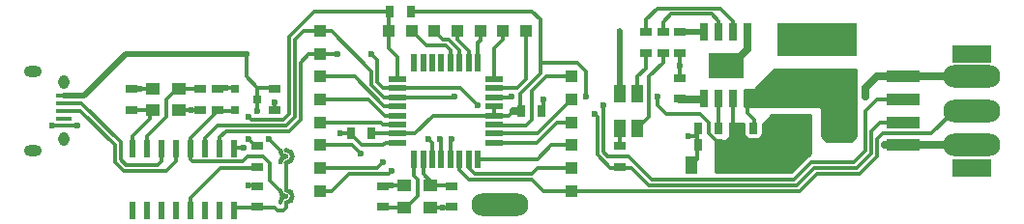
<source format=gtl>
G04 #@! TF.FileFunction,Copper,L1,Top,Signal*
%FSLAX46Y46*%
G04 Gerber Fmt 4.6, Leading zero omitted, Abs format (unit mm)*
G04 Created by KiCad (PCBNEW 4.0.2+dfsg1-stable) date su  5. maaliskuuta 2017 13.54.13*
%MOMM*%
G01*
G04 APERTURE LIST*
%ADD10C,0.100000*%
%ADD11C,0.400000*%
%ADD12C,0.400000*%
%ADD13R,7.000000X3.000000*%
%ADD14R,0.600000X1.500000*%
%ADD15R,1.350000X0.400000*%
%ADD16O,0.950000X1.250000*%
%ADD17O,1.550000X1.000000*%
%ADD18R,0.800000X1.600000*%
%ADD19R,3.100000X2.210000*%
%ADD20R,1.600000X0.550000*%
%ADD21R,0.550000X1.600000*%
%ADD22R,1.000000X1.000000*%
%ADD23O,5.000000X2.000000*%
%ADD24R,0.800100X0.800100*%
%ADD25R,1.000000X1.600000*%
%ADD26R,3.400000X1.600000*%
%ADD27R,3.000000X1.000000*%
%ADD28R,0.800000X1.000000*%
%ADD29R,1.000000X0.800000*%
%ADD30R,1.300000X1.100000*%
%ADD31R,1.100000X1.500000*%
%ADD32C,0.600000*%
%ADD33C,0.500000*%
%ADD34C,0.300000*%
%ADD35C,0.700000*%
%ADD36C,0.254000*%
G04 APERTURE END LIST*
D10*
D11*
X129500000Y-104500000D02*
G75*
G02X130000000Y-104000000I500000J0D01*
G01*
X130000000Y-104000000D02*
G75*
G02X129500000Y-103500000I0J500000D01*
G01*
X130000000Y-103450000D02*
G75*
G02X130000000Y-104550000I0J-550000D01*
G01*
X129500000Y-108000000D02*
G75*
G02X130000000Y-107500000I500000J0D01*
G01*
X130000000Y-107500000D02*
G75*
G02X129500000Y-107000000I0J500000D01*
G01*
X130000000Y-106950000D02*
G75*
G02X130000000Y-108050000I0J-550000D01*
G01*
D12*
X173500000Y-94750000D03*
X173500000Y-93750000D03*
X173500000Y-92750000D03*
X176500000Y-92750000D03*
X176500000Y-93750000D03*
X176500000Y-94750000D03*
X179500000Y-93750000D03*
X179500000Y-94750000D03*
X179500000Y-92750000D03*
D13*
X176500000Y-97750000D03*
X176500000Y-93750000D03*
D12*
X169500000Y-95500000D03*
X168500000Y-95500000D03*
X168500000Y-96500000D03*
X169500000Y-96500000D03*
X167500000Y-96500000D03*
D14*
X125445000Y-103300000D03*
X124175000Y-103300000D03*
X122905000Y-103300000D03*
X121635000Y-103300000D03*
X120365000Y-103300000D03*
X119095000Y-103300000D03*
X117825000Y-103300000D03*
X116555000Y-103300000D03*
X116555000Y-108700000D03*
X117825000Y-108700000D03*
X119095000Y-108700000D03*
X120365000Y-108700000D03*
X121635000Y-108700000D03*
X122905000Y-108700000D03*
X124175000Y-108700000D03*
X125445000Y-108700000D03*
D15*
X110562540Y-98699100D03*
X110562540Y-99349100D03*
X110562540Y-99999100D03*
X110562540Y-100649100D03*
X110562540Y-101299100D03*
D16*
X110562540Y-97499100D03*
X110562540Y-102499100D03*
D17*
X107862540Y-96499100D03*
X107862540Y-103499100D03*
D18*
X166595000Y-98900000D03*
X167865000Y-98900000D03*
X169135000Y-98900000D03*
X170405000Y-98900000D03*
X166595000Y-93100000D03*
X167865000Y-93100000D03*
X170405000Y-93100000D03*
X169135000Y-93100000D03*
D19*
X168500000Y-96000000D03*
D20*
X139750000Y-97200000D03*
X139750000Y-98000000D03*
X139750000Y-98800000D03*
X139750000Y-99600000D03*
X139750000Y-100400000D03*
X139750000Y-101200000D03*
X139750000Y-102000000D03*
X139750000Y-102800000D03*
D21*
X141200000Y-104250000D03*
X142000000Y-104250000D03*
X142800000Y-104250000D03*
X143600000Y-104250000D03*
X144400000Y-104250000D03*
X145200000Y-104250000D03*
X146000000Y-104250000D03*
X146800000Y-104250000D03*
D20*
X148250000Y-102800000D03*
X148250000Y-102000000D03*
X148250000Y-101200000D03*
X148250000Y-100400000D03*
X148250000Y-99600000D03*
X148250000Y-98800000D03*
X148250000Y-98000000D03*
X148250000Y-97200000D03*
D21*
X146800000Y-95750000D03*
X146000000Y-95750000D03*
X145200000Y-95750000D03*
X144400000Y-95750000D03*
X143600000Y-95750000D03*
X142800000Y-95750000D03*
X142000000Y-95750000D03*
X141200000Y-95750000D03*
D22*
X155000000Y-107000000D03*
X155000000Y-105000000D03*
X155000000Y-103000000D03*
X155000000Y-101000000D03*
X155000000Y-99000000D03*
X155000000Y-97000000D03*
X151000000Y-93000000D03*
X149000000Y-93000000D03*
X147000000Y-93000000D03*
X145000000Y-93000000D03*
X143000000Y-93000000D03*
X141000000Y-93000000D03*
X139000000Y-93000000D03*
X133000000Y-95000000D03*
X133000000Y-93000000D03*
X133000000Y-97000000D03*
X133000000Y-99000000D03*
X133000000Y-101000000D03*
X133000000Y-103000000D03*
X133000000Y-105000000D03*
X133000000Y-107000000D03*
D23*
X190000000Y-103000000D03*
X190000000Y-97000000D03*
X190000000Y-100000000D03*
D12*
X130000000Y-104550000D03*
X130000000Y-103450000D03*
X130000000Y-104000000D03*
X129500000Y-103500000D03*
X129500000Y-104500000D03*
X130550000Y-104000000D03*
X130000000Y-108050000D03*
X130000000Y-106950000D03*
X130000000Y-107500000D03*
X129500000Y-107000000D03*
X129500000Y-108000000D03*
X130550000Y-107500000D03*
X167500000Y-95500000D03*
D23*
X148750000Y-108250000D03*
D24*
X125499240Y-98050000D03*
X125499240Y-99950000D03*
X127498220Y-99000000D03*
D25*
X165500000Y-104750000D03*
X168500000Y-104750000D03*
D26*
X190000000Y-95000000D03*
X190000000Y-105000000D03*
D27*
X184000000Y-97000000D03*
X184000000Y-99000000D03*
X184000000Y-103000000D03*
X184000000Y-101000000D03*
D28*
X175600000Y-101000000D03*
X177400000Y-101000000D03*
X137500000Y-102000000D03*
X135700000Y-102000000D03*
X150600000Y-100000000D03*
X152400000Y-100000000D03*
X140900000Y-91250000D03*
X139100000Y-91250000D03*
D29*
X138500000Y-108400000D03*
X138500000Y-106600000D03*
X127500000Y-103100000D03*
X127500000Y-104900000D03*
X144500000Y-106600000D03*
X144500000Y-108400000D03*
X161500000Y-93100000D03*
X161500000Y-94900000D03*
X159250000Y-104900000D03*
X159250000Y-103100000D03*
D28*
X166100000Y-103000000D03*
X167900000Y-103000000D03*
X169100000Y-101500000D03*
X170900000Y-101500000D03*
D29*
X127500000Y-106600000D03*
X127500000Y-108400000D03*
X164500000Y-98900000D03*
X164500000Y-97100000D03*
X163000000Y-93100000D03*
X163000000Y-94900000D03*
D28*
X167900000Y-101500000D03*
X166100000Y-101500000D03*
D29*
X164500000Y-93100000D03*
X164500000Y-94900000D03*
X116500000Y-99900000D03*
X116500000Y-98100000D03*
X122500000Y-98100000D03*
X122500000Y-99900000D03*
X124000000Y-98100000D03*
X124000000Y-99900000D03*
X129000000Y-98100000D03*
X129000000Y-99900000D03*
D30*
X142650000Y-108450000D03*
X140350000Y-108450000D03*
X140350000Y-106550000D03*
X142650000Y-106550000D03*
X120650000Y-99950000D03*
X118350000Y-99950000D03*
X118350000Y-98050000D03*
X120650000Y-98050000D03*
D31*
X159250000Y-101500000D03*
X159250000Y-98500000D03*
X160750000Y-98500000D03*
X160750000Y-101500000D03*
D32*
X126500000Y-95000000D03*
X127500000Y-100000000D03*
X128500000Y-102500000D03*
X159250000Y-93100000D03*
X165500000Y-93100000D03*
X109500000Y-101250000D03*
X111750000Y-101250000D03*
X129000000Y-99250000D03*
X124750000Y-98000000D03*
X182402402Y-103000000D03*
X126250000Y-103250000D03*
X143750000Y-108500000D03*
X139250000Y-106550000D03*
X164500000Y-96000000D03*
X165250000Y-102250000D03*
X152500000Y-99000000D03*
X149750000Y-98750000D03*
X134750000Y-102000000D03*
X126750000Y-106500000D03*
X121750000Y-99950000D03*
X117250000Y-98050000D03*
X165750000Y-99000000D03*
X157000000Y-100250000D03*
X146750000Y-99500000D03*
X137500000Y-95000000D03*
X134500000Y-95000000D03*
X144750000Y-98750000D03*
X157750000Y-99500000D03*
X180750000Y-98750000D03*
X175500000Y-100750000D03*
X162500000Y-98750000D03*
X156250000Y-98750000D03*
X126750000Y-100500000D03*
X126750000Y-102500000D03*
X136500000Y-103750000D03*
X142500000Y-102500000D03*
X143500000Y-102500000D03*
X138500000Y-104500000D03*
X144500000Y-102500000D03*
X139250000Y-105250000D03*
D33*
X126500000Y-95000000D02*
X116000000Y-95000000D01*
X112300900Y-98699100D02*
X110562540Y-98699100D01*
X116000000Y-95000000D02*
X112300900Y-98699100D01*
D34*
X127500000Y-98000000D02*
X126500000Y-97000000D01*
X126500000Y-97000000D02*
X126500000Y-95000000D01*
X129500000Y-103500000D02*
X128500000Y-102500000D01*
X127498220Y-99998220D02*
X127498220Y-99000000D01*
X127500000Y-100000000D02*
X127498220Y-99998220D01*
X127500000Y-98000000D02*
X127500000Y-98998220D01*
X127500000Y-98998220D02*
X127498220Y-99000000D01*
X129000000Y-98000000D02*
X127500000Y-98000000D01*
D33*
X159250000Y-93100000D02*
X159250000Y-93000000D01*
D34*
X110613440Y-98750000D02*
X110562540Y-98699100D01*
D33*
X166595000Y-93100000D02*
X165500000Y-93100000D01*
X165500000Y-93100000D02*
X164600000Y-93100000D01*
X159250000Y-98500000D02*
X159250000Y-93000000D01*
D34*
X110562540Y-101299100D02*
X109549100Y-101299100D01*
X109549100Y-101299100D02*
X109500000Y-101250000D01*
X110562540Y-101299100D02*
X111700900Y-101299100D01*
X111700900Y-101299100D02*
X111750000Y-101250000D01*
X129000000Y-100000000D02*
X129000000Y-99250000D01*
X125499240Y-98249240D02*
X125499240Y-98050000D01*
X124000000Y-98000000D02*
X124750000Y-98000000D01*
X124750000Y-98000000D02*
X125449240Y-98000000D01*
X125449240Y-98000000D02*
X125499240Y-98050000D01*
X166000000Y-103000000D02*
X166000000Y-104250000D01*
X166000000Y-104250000D02*
X165500000Y-104750000D01*
D35*
X184000000Y-103000000D02*
X182402402Y-103000000D01*
D34*
X125445000Y-103300000D02*
X125495000Y-103250000D01*
X125495000Y-103250000D02*
X126250000Y-103250000D01*
D35*
X190000000Y-103000000D02*
X184000000Y-103000000D01*
D34*
X144500000Y-108500000D02*
X143750000Y-108500000D01*
X143750000Y-108500000D02*
X142700000Y-108500000D01*
X142700000Y-108500000D02*
X142650000Y-108450000D01*
X140350000Y-106550000D02*
X139250000Y-106550000D01*
X139250000Y-106550000D02*
X138550000Y-106550000D01*
X138550000Y-106550000D02*
X138500000Y-106500000D01*
X164500000Y-97000000D02*
X164500000Y-96000000D01*
X164500000Y-96000000D02*
X164500000Y-95000000D01*
X166000000Y-102250000D02*
X165250000Y-102250000D01*
X166000000Y-101500000D02*
X166000000Y-102250000D01*
X166000000Y-102250000D02*
X166000000Y-103000000D01*
D35*
X169500000Y-95500000D02*
X170405000Y-94595000D01*
X170405000Y-94595000D02*
X170405000Y-93100000D01*
D34*
X152500000Y-100000000D02*
X152500000Y-99000000D01*
X148250000Y-98800000D02*
X149700000Y-98800000D01*
X149700000Y-98800000D02*
X149750000Y-98750000D01*
X135600000Y-102000000D02*
X134750000Y-102000000D01*
X135600000Y-102000000D02*
X136600000Y-103000000D01*
X138700000Y-102800000D02*
X139750000Y-102800000D01*
X138500000Y-103000000D02*
X138700000Y-102800000D01*
X136600000Y-103000000D02*
X138500000Y-103000000D01*
X127500000Y-106500000D02*
X126750000Y-106500000D01*
X122500000Y-100000000D02*
X122450000Y-99950000D01*
X122450000Y-99950000D02*
X121750000Y-99950000D01*
X121750000Y-99950000D02*
X120650000Y-99950000D01*
X116500000Y-98000000D02*
X116550000Y-98050000D01*
X116550000Y-98050000D02*
X117250000Y-98050000D01*
X117250000Y-98050000D02*
X118350000Y-98050000D01*
D35*
X165500000Y-99000000D02*
X165750000Y-99000000D01*
X164500000Y-99000000D02*
X165500000Y-99000000D01*
X165750000Y-99000000D02*
X166495000Y-99000000D01*
D33*
X166495000Y-99000000D02*
X166595000Y-98900000D01*
D34*
X119095000Y-103300000D02*
X119095000Y-104405000D01*
X112099100Y-99349100D02*
X110562540Y-99349100D01*
X115500000Y-102750000D02*
X112099100Y-99349100D01*
X115500000Y-104250000D02*
X115500000Y-102750000D01*
X116000000Y-104750000D02*
X115500000Y-104250000D01*
X118750000Y-104750000D02*
X116000000Y-104750000D01*
X119095000Y-104405000D02*
X118750000Y-104750000D01*
X120365000Y-103300000D02*
X120365000Y-104385000D01*
X111999100Y-99999100D02*
X110562540Y-99999100D01*
X115000000Y-103000000D02*
X111999100Y-99999100D01*
X115000000Y-104500000D02*
X115000000Y-103000000D01*
X115750000Y-105250000D02*
X115000000Y-104500000D01*
X119500000Y-105250000D02*
X115750000Y-105250000D01*
X120365000Y-104385000D02*
X119500000Y-105250000D01*
X124000000Y-100000000D02*
X125449240Y-100000000D01*
X125449240Y-100000000D02*
X125499240Y-99950000D01*
X128000000Y-104000000D02*
X128600000Y-104600000D01*
X128600000Y-106100000D02*
X129500000Y-107000000D01*
X128600000Y-104600000D02*
X128600000Y-106100000D01*
X121635000Y-104235000D02*
X121800000Y-104400000D01*
X121800000Y-104400000D02*
X126200000Y-104400000D01*
X126200000Y-104400000D02*
X126600000Y-104000000D01*
X126600000Y-104000000D02*
X128000000Y-104000000D01*
X121635000Y-104200000D02*
X121635000Y-104235000D01*
X121635000Y-103300000D02*
X121635000Y-104200000D01*
X121635000Y-103300000D02*
X121635000Y-102365000D01*
X121635000Y-102365000D02*
X124000000Y-100000000D01*
X183730000Y-101270000D02*
X184290000Y-101270000D01*
X157000000Y-100250000D02*
X157250000Y-100500000D01*
X157250000Y-103850000D02*
X158400000Y-105000000D01*
X157250000Y-100500000D02*
X157250000Y-103850000D01*
X159000000Y-105000000D02*
X158400000Y-105000000D01*
X181250000Y-103750000D02*
X181250000Y-101750000D01*
X182000000Y-101000000D02*
X184000000Y-101000000D01*
X181250000Y-101750000D02*
X182000000Y-101000000D01*
X159250000Y-105000000D02*
X160250000Y-105000000D01*
X180000000Y-105000000D02*
X181250000Y-103750000D01*
X176250000Y-105000000D02*
X180000000Y-105000000D01*
X161750000Y-106500000D02*
X174750000Y-106500000D01*
X174750000Y-106500000D02*
X176250000Y-105000000D01*
X160250000Y-105000000D02*
X161750000Y-106500000D01*
X139750000Y-98000000D02*
X145250000Y-98000000D01*
X145250000Y-98000000D02*
X146750000Y-99500000D01*
X124175000Y-103300000D02*
X124175000Y-102325000D01*
X132000000Y-95000000D02*
X133000000Y-95000000D01*
X131250000Y-95750000D02*
X132000000Y-95000000D01*
X131250000Y-100750000D02*
X131250000Y-95750000D01*
X130250000Y-101750000D02*
X131250000Y-100750000D01*
X124750000Y-101750000D02*
X130250000Y-101750000D01*
X124175000Y-102325000D02*
X124750000Y-101750000D01*
X133000000Y-95000000D02*
X134500000Y-95000000D01*
X138000000Y-97500000D02*
X138500000Y-98000000D01*
X138000000Y-95500000D02*
X138000000Y-97500000D01*
X137500000Y-95000000D02*
X138000000Y-95500000D01*
X138500000Y-98000000D02*
X139750000Y-98000000D01*
X139750000Y-98800000D02*
X144700000Y-98800000D01*
X144700000Y-98800000D02*
X144750000Y-98750000D01*
X181750000Y-99000000D02*
X184000000Y-99000000D01*
X180750000Y-100000000D02*
X181750000Y-99000000D01*
X180750000Y-103500000D02*
X180750000Y-100000000D01*
X179750000Y-104500000D02*
X180750000Y-103500000D01*
X176000000Y-104500000D02*
X179750000Y-104500000D01*
X174500000Y-106000000D02*
X176000000Y-104500000D01*
X162000000Y-106000000D02*
X174500000Y-106000000D01*
X122905000Y-103300000D02*
X122905000Y-102345000D01*
X131500000Y-93000000D02*
X133000000Y-93000000D01*
X130750000Y-93750000D02*
X131500000Y-93000000D01*
X130750000Y-100500000D02*
X130750000Y-93750000D01*
X130000000Y-101250000D02*
X130750000Y-100500000D01*
X124000000Y-101250000D02*
X130000000Y-101250000D01*
X122905000Y-102345000D02*
X124000000Y-101250000D01*
X133000000Y-93000000D02*
X134000000Y-93000000D01*
X138550000Y-98800000D02*
X139750000Y-98800000D01*
X137500000Y-97750000D02*
X138550000Y-98800000D01*
X137500000Y-96500000D02*
X137500000Y-97750000D01*
X134000000Y-93000000D02*
X137500000Y-96500000D01*
X160000000Y-104000000D02*
X162000000Y-106000000D01*
X157750000Y-99500000D02*
X157750000Y-103600000D01*
X157750000Y-103600000D02*
X158150000Y-104000000D01*
X158150000Y-104000000D02*
X160000000Y-104000000D01*
X127500000Y-105000000D02*
X124250000Y-105000000D01*
X121635000Y-107615000D02*
X121635000Y-108700000D01*
X124250000Y-105000000D02*
X121635000Y-107615000D01*
X120650000Y-98050000D02*
X122450000Y-98050000D01*
X122450000Y-98050000D02*
X122500000Y-98000000D01*
X120650000Y-98050000D02*
X120450000Y-98050000D01*
X120450000Y-98050000D02*
X119500000Y-99000000D01*
X119500000Y-99000000D02*
X119500000Y-100500000D01*
X119500000Y-100500000D02*
X117825000Y-102175000D01*
X117825000Y-102175000D02*
X117825000Y-103300000D01*
X118100000Y-99950000D02*
X118100000Y-100650000D01*
X116555000Y-102195000D02*
X116555000Y-103300000D01*
X118000000Y-100750000D02*
X116555000Y-102195000D01*
X118000000Y-100750000D02*
X118000000Y-100750000D01*
X118100000Y-100650000D02*
X118000000Y-100750000D01*
X118350000Y-99950000D02*
X116550000Y-99950000D01*
X116550000Y-99950000D02*
X116500000Y-100000000D01*
X163000000Y-95000000D02*
X163000000Y-95750000D01*
X161750000Y-100500000D02*
X160750000Y-101500000D01*
X161750000Y-97000000D02*
X161750000Y-100500000D01*
X163000000Y-95750000D02*
X161750000Y-97000000D01*
X161500000Y-95000000D02*
X161500000Y-96250000D01*
X160750000Y-97000000D02*
X160750000Y-98500000D01*
X161500000Y-96250000D02*
X160750000Y-97000000D01*
X127500000Y-108500000D02*
X129000000Y-108500000D01*
X130000000Y-108500000D02*
X130000000Y-108050000D01*
X129750000Y-108750000D02*
X130000000Y-108500000D01*
X129250000Y-108750000D02*
X129750000Y-108750000D01*
X129000000Y-108500000D02*
X129250000Y-108750000D01*
X130000000Y-106950000D02*
X130000000Y-104550000D01*
X127500000Y-108500000D02*
X125645000Y-108500000D01*
X125645000Y-108500000D02*
X125445000Y-108700000D01*
D35*
X181750000Y-97000000D02*
X180750000Y-98000000D01*
X180750000Y-98000000D02*
X180750000Y-98750000D01*
X184000000Y-97000000D02*
X181750000Y-97000000D01*
D34*
X162500000Y-98750000D02*
X162500000Y-99500000D01*
X167000000Y-102000000D02*
X168000000Y-103000000D01*
X167000000Y-101000000D02*
X167000000Y-102000000D01*
X166250000Y-100250000D02*
X167000000Y-101000000D01*
X163250000Y-100250000D02*
X166250000Y-100250000D01*
X162500000Y-99500000D02*
X163250000Y-100250000D01*
X156250000Y-98750000D02*
X156250000Y-96500000D01*
X155500000Y-95750000D02*
X156250000Y-96500000D01*
X152250000Y-95750000D02*
X155500000Y-95750000D01*
D35*
X183000000Y-97000000D02*
X184000000Y-97000000D01*
X190000000Y-97000000D02*
X184000000Y-97000000D01*
D34*
X169135000Y-98900000D02*
X169135000Y-101365000D01*
X169135000Y-101365000D02*
X169000000Y-101500000D01*
X141000000Y-91250000D02*
X151500000Y-91250000D01*
X151500000Y-91250000D02*
X152250000Y-92000000D01*
X152250000Y-92000000D02*
X152250000Y-95750000D01*
X152250000Y-95750000D02*
X152250000Y-96250000D01*
X150500000Y-98500000D02*
X150500000Y-99000000D01*
X152250000Y-96250000D02*
X152250000Y-96750000D01*
X152250000Y-96750000D02*
X150500000Y-98500000D01*
X150500000Y-99000000D02*
X150500000Y-100000000D01*
X148250000Y-100400000D02*
X149500000Y-100400000D01*
X149500000Y-100400000D02*
X149900000Y-100000000D01*
D35*
X149900000Y-100000000D02*
X150500000Y-100000000D01*
D34*
X148250000Y-99600000D02*
X148250000Y-100400000D01*
X139750000Y-102000000D02*
X141250000Y-102000000D01*
X142850000Y-100400000D02*
X148250000Y-100400000D01*
X141250000Y-102000000D02*
X142850000Y-100400000D01*
X139750000Y-102000000D02*
X137600000Y-102000000D01*
D35*
X177000000Y-97750000D02*
X176500000Y-97750000D01*
D34*
X170405000Y-98900000D02*
X170405000Y-100155000D01*
X171000000Y-100750000D02*
X171000000Y-101500000D01*
X170405000Y-100155000D02*
X171000000Y-100750000D01*
X167865000Y-98900000D02*
X167865000Y-101365000D01*
X167865000Y-101365000D02*
X168000000Y-101500000D01*
X167865000Y-93100000D02*
X167865000Y-92115000D01*
X163000000Y-92250000D02*
X163000000Y-93000000D01*
X163750000Y-91500000D02*
X163000000Y-92250000D01*
X167250000Y-91500000D02*
X163750000Y-91500000D01*
X167865000Y-92115000D02*
X167250000Y-91500000D01*
X159250000Y-103000000D02*
X159250000Y-101500000D01*
X169135000Y-93100000D02*
X169135000Y-92135000D01*
X161500000Y-92000000D02*
X161500000Y-93000000D01*
X162500000Y-91000000D02*
X161500000Y-92000000D01*
X168000000Y-91000000D02*
X162500000Y-91000000D01*
X169135000Y-92135000D02*
X168000000Y-91000000D01*
X144500000Y-106500000D02*
X142700000Y-106500000D01*
X142700000Y-106500000D02*
X142650000Y-106550000D01*
X142650000Y-106550000D02*
X142750000Y-106250000D01*
X142000000Y-105500000D02*
X142000000Y-104250000D01*
X142750000Y-106250000D02*
X142000000Y-105500000D01*
X127500000Y-103000000D02*
X127250000Y-103000000D01*
X127250000Y-103000000D02*
X126750000Y-102500000D01*
X132750000Y-91250000D02*
X132500000Y-91250000D01*
X132500000Y-91250000D02*
X130250000Y-93500000D01*
X139000000Y-91250000D02*
X132750000Y-91250000D01*
X130250000Y-93500000D02*
X130250000Y-98000000D01*
X129750000Y-100750000D02*
X130250000Y-100250000D01*
X130250000Y-100250000D02*
X130250000Y-98000000D01*
X127400000Y-100750000D02*
X129750000Y-100750000D01*
X127000000Y-100750000D02*
X127400000Y-100750000D01*
X126750000Y-100500000D02*
X127000000Y-100750000D01*
X127500000Y-103000000D02*
X127750000Y-103000000D01*
X139000000Y-91250000D02*
X139000000Y-93000000D01*
X139750000Y-97200000D02*
X139750000Y-95250000D01*
X139000000Y-94500000D02*
X139000000Y-93000000D01*
X139750000Y-95250000D02*
X139000000Y-94500000D01*
X140350000Y-108450000D02*
X140550000Y-108450000D01*
X140550000Y-108450000D02*
X141500000Y-107500000D01*
X138500000Y-108500000D02*
X140300000Y-108500000D01*
X140300000Y-108500000D02*
X140350000Y-108450000D01*
X140350000Y-108450000D02*
X140450000Y-108450000D01*
X141500000Y-107500000D02*
X141500000Y-106000000D01*
X141500000Y-106000000D02*
X141200000Y-105700000D01*
X141200000Y-105700000D02*
X141200000Y-104250000D01*
X133000000Y-97000000D02*
X136000000Y-97000000D01*
X138600000Y-99600000D02*
X139750000Y-99600000D01*
X136000000Y-97000000D02*
X138600000Y-99600000D01*
X133000000Y-99000000D02*
X137250000Y-99000000D01*
X138650000Y-100400000D02*
X139750000Y-100400000D01*
X137250000Y-99000000D02*
X138650000Y-100400000D01*
X133000000Y-101000000D02*
X138300000Y-101000000D01*
X138500000Y-101200000D02*
X139750000Y-101200000D01*
X138300000Y-101000000D02*
X138500000Y-101200000D01*
X135250000Y-103000000D02*
X135750000Y-103000000D01*
X135750000Y-103000000D02*
X136500000Y-103750000D01*
X133000000Y-103000000D02*
X135250000Y-103000000D01*
X142800000Y-102800000D02*
X142800000Y-104250000D01*
X142500000Y-102500000D02*
X142800000Y-102800000D01*
X143500000Y-102500000D02*
X143600000Y-102600000D01*
X143600000Y-102600000D02*
X143600000Y-104250000D01*
X133000000Y-105000000D02*
X138000000Y-105000000D01*
X138000000Y-105000000D02*
X138500000Y-104500000D01*
X143500000Y-104150000D02*
X143600000Y-104250000D01*
X133000000Y-107000000D02*
X134000000Y-107000000D01*
X144400000Y-102600000D02*
X144400000Y-104250000D01*
X144500000Y-102500000D02*
X144400000Y-102600000D01*
X139000000Y-105500000D02*
X139250000Y-105250000D01*
X135500000Y-105500000D02*
X139000000Y-105500000D01*
X134000000Y-107000000D02*
X135500000Y-105500000D01*
X146000000Y-104250000D02*
X146000000Y-105000000D01*
X146000000Y-105000000D02*
X146500000Y-105500000D01*
X146500000Y-105500000D02*
X151500000Y-105500000D01*
X151500000Y-105500000D02*
X152000000Y-105000000D01*
X152000000Y-105000000D02*
X155000000Y-105000000D01*
X146800000Y-104250000D02*
X152000000Y-104250000D01*
X153250000Y-103000000D02*
X155000000Y-103000000D01*
X152000000Y-104250000D02*
X153250000Y-103000000D01*
X148250000Y-102800000D02*
X151950000Y-102800000D01*
X153750000Y-101000000D02*
X155000000Y-101000000D01*
X151950000Y-102800000D02*
X153750000Y-101000000D01*
X148250000Y-102000000D02*
X152000000Y-102000000D01*
X154000000Y-100000000D02*
X155000000Y-99000000D01*
X152000000Y-102000000D02*
X154000000Y-100000000D01*
X147950000Y-101250000D02*
X151000000Y-101250000D01*
X152750000Y-97000000D02*
X155000000Y-97000000D01*
X151500000Y-98250000D02*
X152750000Y-97000000D01*
X151500000Y-100750000D02*
X151500000Y-98250000D01*
X151000000Y-101250000D02*
X151500000Y-100750000D01*
X148250000Y-98000000D02*
X150250000Y-98000000D01*
X151000000Y-97250000D02*
X151000000Y-93000000D01*
X150250000Y-98000000D02*
X151000000Y-97250000D01*
X149000000Y-93000000D02*
X149000000Y-93750000D01*
X148250000Y-94500000D02*
X148250000Y-97200000D01*
X149000000Y-93750000D02*
X148250000Y-94500000D01*
X147000000Y-93000000D02*
X147000000Y-93800000D01*
X146800000Y-94000000D02*
X146800000Y-95750000D01*
X147000000Y-93800000D02*
X146800000Y-94000000D01*
X145000000Y-93000000D02*
X145000000Y-93750000D01*
X145000000Y-93750000D02*
X146000000Y-94750000D01*
X146000000Y-94750000D02*
X146000000Y-95750000D01*
X143000000Y-93000000D02*
X143000000Y-93000000D01*
X143000000Y-93000000D02*
X143750000Y-93750000D01*
X143750000Y-93750000D02*
X144250000Y-93750000D01*
X144250000Y-93750000D02*
X145200000Y-94700000D01*
X145200000Y-94700000D02*
X145200000Y-95750000D01*
X141000000Y-93000000D02*
X141000000Y-93000000D01*
X141000000Y-93000000D02*
X142250000Y-94250000D01*
X142250000Y-94250000D02*
X144000000Y-94250000D01*
X144000000Y-94250000D02*
X144400000Y-94650000D01*
X144400000Y-94650000D02*
X144400000Y-95750000D01*
X175000000Y-107000000D02*
X176500000Y-105500000D01*
X186500000Y-102000000D02*
X188500000Y-100000000D01*
X182250000Y-102000000D02*
X186500000Y-102000000D01*
X181750000Y-102500000D02*
X182250000Y-102000000D01*
X181750000Y-104000000D02*
X181750000Y-102500000D01*
X180250000Y-105500000D02*
X181750000Y-104000000D01*
X176500000Y-105500000D02*
X180250000Y-105500000D01*
X188500000Y-100000000D02*
X190000000Y-100000000D01*
X188000000Y-100000000D02*
X190000000Y-100000000D01*
X146000000Y-106000000D02*
X151500000Y-106000000D01*
X151500000Y-106000000D02*
X152500000Y-107000000D01*
X161500000Y-107000000D02*
X161500000Y-107000000D01*
X175000000Y-107000000D02*
X175000000Y-107000000D01*
X161500000Y-107000000D02*
X175000000Y-107000000D01*
X190000000Y-100000000D02*
X188750000Y-100000000D01*
X155000000Y-107000000D02*
X161500000Y-107000000D01*
X145200000Y-104250000D02*
X145200000Y-105200000D01*
X152500000Y-107000000D02*
X155000000Y-107000000D01*
X145200000Y-105200000D02*
X146000000Y-106000000D01*
D36*
G36*
X179873000Y-102197394D02*
X179447394Y-102623000D01*
X177302606Y-102623000D01*
X176877000Y-102197394D01*
X176877000Y-99750000D01*
X176866994Y-99700590D01*
X176838553Y-99658965D01*
X176796159Y-99631685D01*
X176750000Y-99623000D01*
X170127000Y-99623000D01*
X170127000Y-98127000D01*
X171000000Y-98127000D01*
X171049410Y-98116994D01*
X171089803Y-98089803D01*
X172802606Y-96377000D01*
X179873000Y-96377000D01*
X179873000Y-102197394D01*
X179873000Y-102197394D01*
G37*
X179873000Y-102197394D02*
X179447394Y-102623000D01*
X177302606Y-102623000D01*
X176877000Y-102197394D01*
X176877000Y-99750000D01*
X176866994Y-99700590D01*
X176838553Y-99658965D01*
X176796159Y-99631685D01*
X176750000Y-99623000D01*
X170127000Y-99623000D01*
X170127000Y-98127000D01*
X171000000Y-98127000D01*
X171049410Y-98116994D01*
X171089803Y-98089803D01*
X172802606Y-96377000D01*
X179873000Y-96377000D01*
X179873000Y-102197394D01*
G36*
X175873000Y-103697394D02*
X174197394Y-105373000D01*
X167627000Y-105373000D01*
X167627000Y-102627000D01*
X168500000Y-102627000D01*
X168549410Y-102616994D01*
X168589803Y-102589803D01*
X168839803Y-102339803D01*
X168867666Y-102297789D01*
X168877000Y-102250000D01*
X168877000Y-101127000D01*
X170064635Y-101127000D01*
X170064635Y-102000000D01*
X170094409Y-102158237D01*
X170187927Y-102303567D01*
X170330619Y-102401064D01*
X170500000Y-102435365D01*
X171300000Y-102435365D01*
X171458237Y-102405591D01*
X171603567Y-102312073D01*
X171701064Y-102169381D01*
X171735365Y-102000000D01*
X171735365Y-101127000D01*
X171750000Y-101127000D01*
X171799410Y-101116994D01*
X171839803Y-101089803D01*
X172552606Y-100377000D01*
X175873000Y-100377000D01*
X175873000Y-103697394D01*
X175873000Y-103697394D01*
G37*
X175873000Y-103697394D02*
X174197394Y-105373000D01*
X167627000Y-105373000D01*
X167627000Y-102627000D01*
X168500000Y-102627000D01*
X168549410Y-102616994D01*
X168589803Y-102589803D01*
X168839803Y-102339803D01*
X168867666Y-102297789D01*
X168877000Y-102250000D01*
X168877000Y-101127000D01*
X170064635Y-101127000D01*
X170064635Y-102000000D01*
X170094409Y-102158237D01*
X170187927Y-102303567D01*
X170330619Y-102401064D01*
X170500000Y-102435365D01*
X171300000Y-102435365D01*
X171458237Y-102405591D01*
X171603567Y-102312073D01*
X171701064Y-102169381D01*
X171735365Y-102000000D01*
X171735365Y-101127000D01*
X171750000Y-101127000D01*
X171799410Y-101116994D01*
X171839803Y-101089803D01*
X172552606Y-100377000D01*
X175873000Y-100377000D01*
X175873000Y-103697394D01*
M02*

</source>
